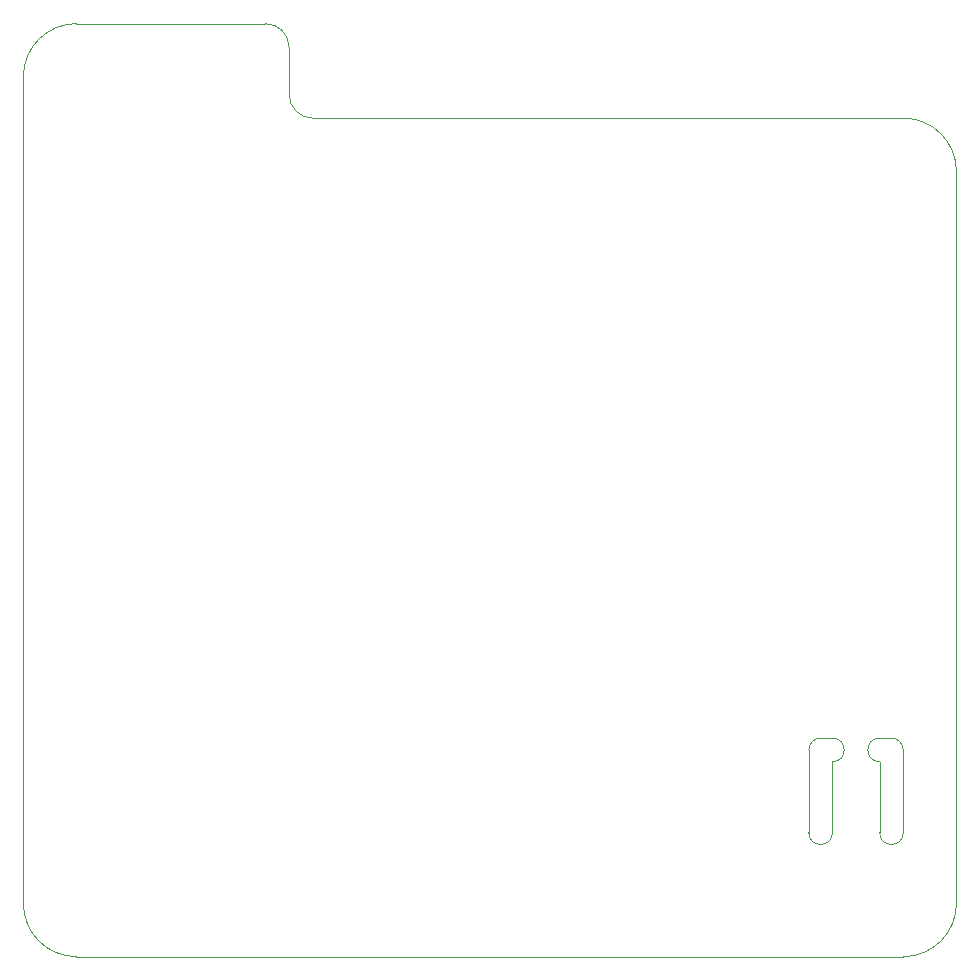
<source format=gbr>
G04 #@! TF.GenerationSoftware,KiCad,Pcbnew,5.0.2-bee76a0~70~ubuntu18.04.1*
G04 #@! TF.CreationDate,2019-07-19T10:36:36+02:00*
G04 #@! TF.ProjectId,SmartHydroponics,536d6172-7448-4796-9472-6f706f6e6963,rev?*
G04 #@! TF.SameCoordinates,Original*
G04 #@! TF.FileFunction,Profile,NP*
%FSLAX46Y46*%
G04 Gerber Fmt 4.6, Leading zero omitted, Abs format (unit mm)*
G04 Created by KiCad (PCBNEW 5.0.2-bee76a0~70~ubuntu18.04.1) date Fri 19 Jul 2019 10:36:36 CEST*
%MOMM*%
%LPD*%
G01*
G04 APERTURE LIST*
%ADD10C,0.001000*%
G04 APERTURE END LIST*
D10*
X247000000Y-132000000D02*
G75*
G02X248000000Y-131000000I1000000J0D01*
G01*
X254000000Y-131000000D02*
X253000000Y-131000000D01*
X249000000Y-131000000D02*
G75*
G02X249000000Y-133000000I0J-1000000D01*
G01*
X248000000Y-131000000D02*
X249000000Y-131000000D01*
X254000000Y-131000000D02*
G75*
G02X255000000Y-132000000I0J-1000000D01*
G01*
X253000000Y-133000000D02*
G75*
G02X253000000Y-131000000I0J1000000D01*
G01*
X249000000Y-139000000D02*
X249000000Y-133000000D01*
X249000000Y-139000000D02*
G75*
G02X247000000Y-139000000I-1000000J0D01*
G01*
X247000000Y-132000000D02*
X247000000Y-139000000D01*
X255000000Y-139000000D02*
G75*
G02X253000000Y-139000000I-1000000J0D01*
G01*
X255000000Y-139000000D02*
X255000000Y-132000000D01*
X253000000Y-133000000D02*
X253000000Y-139000000D01*
X205000000Y-78500000D02*
X255000000Y-78500000D01*
X203000000Y-76500000D02*
X203000000Y-72500000D01*
X205000000Y-78500000D02*
G75*
G02X203000000Y-76500000I0J2000000D01*
G01*
X201000000Y-70500000D02*
X185000000Y-70500000D01*
X201000000Y-70500000D02*
G75*
G02X203000000Y-72500000I0J-2000000D01*
G01*
X180500000Y-75000000D02*
G75*
G02X185000000Y-70500000I4500000J0D01*
G01*
X255000000Y-78500000D02*
G75*
G02X259500000Y-83000000I0J-4500000D01*
G01*
X259500000Y-145000000D02*
G75*
G02X255000000Y-149500000I-4500000J0D01*
G01*
X185000000Y-149500000D02*
G75*
G02X180500000Y-145000000I0J4500000D01*
G01*
X180500000Y-75000000D02*
X180500000Y-145000000D01*
X259500000Y-145000000D02*
X259500000Y-83000000D01*
X185000000Y-149500000D02*
X255000000Y-149500000D01*
M02*

</source>
